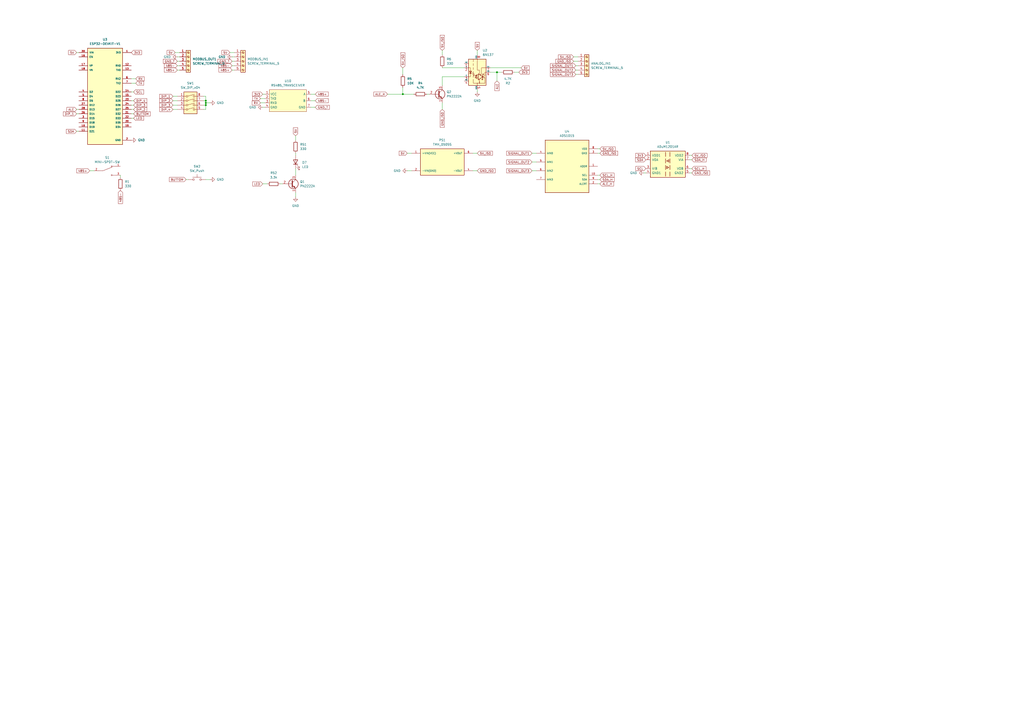
<source format=kicad_sch>
(kicad_sch (version 20250114) (generator "eeschema") (generator_version "9.0")
  (paper "A2")
  (lib_symbols
    (symbol "Connector:Screw_Terminal_01x05" (pin_names (offset 1.016) (hide yes))
      (property "Reference" "J" (at 0 7.62 0))
      (property "Value" "Screw_Terminal_01x05" (at 0 -7.62 0))
      (symbol "Screw_Terminal_01x05_1_1"
        (rectangle (start -1.27 6.35) (end 1.27 -6.35) (stroke (width 0.254)) (fill (type background)))
        (polyline (pts (xy -0.5334 5.4102) (xy 0.3302 4.572)) (stroke (width 0.1524)))
        (polyline (pts (xy -0.5334 2.8702) (xy 0.3302 2.032)) (stroke (width 0.1524)))
        (polyline (pts (xy -0.5334 0.3302) (xy 0.3302 -0.508)) (stroke (width 0.1524)))
        (polyline (pts (xy -0.5334 -2.2098) (xy 0.3302 -3.048)) (stroke (width 0.1524)))
        (polyline (pts (xy -0.5334 -4.7498) (xy 0.3302 -5.588)) (stroke (width 0.1524)))
        (polyline (pts (xy -0.3556 5.588) (xy 0.508 4.7498)) (stroke (width 0.1524)))
        (polyline (pts (xy -0.3556 3.048) (xy 0.508 2.2098)) (stroke (width 0.1524)))
        (polyline (pts (xy -0.3556 0.508) (xy 0.508 -0.3302)) (stroke (width 0.1524)))
        (polyline (pts (xy -0.3556 -2.032) (xy 0.508 -2.8702)) (stroke (width 0.1524)))
        (polyline (pts (xy -0.3556 -4.572) (xy 0.508 -5.4102)) (stroke (width 0.1524)))
        (circle (center 0 5.08) (radius 0.635) (stroke (width 0.1524)))
        (circle (center 0 2.54) (radius 0.635) (stroke (width 0.1524)))
        (circle (center 0 0) (radius 0.635) (stroke (width 0.1524)))
        (circle (center 0 -2.54) (radius 0.635) (stroke (width 0.1524)))
        (circle (center 0 -5.08) (radius 0.635) (stroke (width 0.1524)))
        (pin passive line (at -5.08 5.08 0) (length 3.81) (name "Pin_1") (number "1"))
        (pin passive line (at -5.08 2.54 0) (length 3.81) (name "Pin_2") (number "2"))
        (pin passive line (at -5.08 0 0) (length 3.81) (name "Pin_3") (number "3"))
        (pin passive line (at -5.08 -2.54 0) (length 3.81) (name "Pin_4") (number "4"))
        (pin passive line (at -5.08 -5.08 0) (length 3.81) (name "Pin_5") (number "5"))
      )
    )
    (symbol "Device:LED" (pin_numbers (hide yes)) (pin_names (offset 1.016) (hide yes))
      (property "Reference" "D" (at 0 2.54 0))
      (property "Value" "LED" (at 0 -2.54 0))
      (symbol "LED_0_1"
        (polyline (pts (xy -3.048 -0.762) (xy -4.572 -2.286) (xy -3.81 -2.286) (xy -4.572 -2.286) (xy -4.572 -1.524)))
        (polyline (pts (xy -1.778 -0.762) (xy -3.302 -2.286) (xy -2.54 -2.286) (xy -3.302 -2.286) (xy -3.302 -1.524)))
        (polyline (pts (xy -1.27 0) (xy 1.27 0)))
        (polyline (pts (xy -1.27 -1.27) (xy -1.27 1.27)) (stroke (width 0.254)))
        (polyline (pts (xy 1.27 -1.27) (xy 1.27 1.27) (xy -1.27 0) (xy 1.27 -1.27)) (stroke (width 0.254)))
      )
      (symbol "LED_1_1"
        (pin passive line (at -3.81 0 0) (length 2.54) (name "K") (number "1"))
        (pin passive line (at 3.81 0 180) (length 2.54) (name "A") (number "2"))
      )
    )
    (symbol "Device:R" (pin_numbers (hide yes)) (pin_names (offset 0))
      (property "Reference" "R" (at 2.032 0 90))
      (property "Value" "R" (at 0 0 90))
      (symbol "R_0_1"
        (rectangle (start -1.016 -2.54) (end 1.016 2.54) (stroke (width 0.254)))
      )
      (symbol "R_1_1"
        (pin passive line (at 0 3.81 270) (length 1.27) (name "~") (number "1"))
        (pin passive line (at 0 -3.81 90) (length 1.27) (name "~") (number "2"))
      )
    )
    (symbol "ESP32-DEVKIT-V1:ESP32-DEVKIT-V1" (pin_names (offset 1.016))
      (property "Reference" "U" (at -10.16 30.48 0))
      (property "Value" "ESP32-DEVKIT-V1" (at -10.16 -30.48 0))
      (symbol "ESP32-DEVKIT-V1_0_0"
        (rectangle (start -10.16 -27.94) (end 10.16 27.94) (stroke (width 0.254)) (fill (type background)))
        (pin input line (at -15.24 25.4 0) (length 5.08) (name "VIN") (number "30"))
        (pin input line (at -15.24 22.86 0) (length 5.08) (name "EN") (number "16"))
        (pin bidirectional line (at -15.24 17.78 0) (length 5.08) (name "VP") (number "17"))
        (pin bidirectional line (at -15.24 15.24 0) (length 5.08) (name "VN") (number "18"))
        (pin bidirectional line (at -15.24 2.54 0) (length 5.08) (name "D2") (number "4"))
        (pin bidirectional line (at -15.24 0 0) (length 5.08) (name "D4") (number "5"))
        (pin bidirectional line (at -15.24 -2.54 0) (length 5.08) (name "D5") (number "8"))
        (pin bidirectional line (at -15.24 -5.08 0) (length 5.08) (name "D12") (number "27"))
        (pin bidirectional line (at -15.24 -7.62 0) (length 5.08) (name "D13") (number "28"))
        (pin bidirectional line (at -15.24 -10.16 0) (length 5.08) (name "D14") (number "26"))
        (pin bidirectional line (at -15.24 -12.7 0) (length 5.08) (name "D15") (number "3"))
        (pin bidirectional line (at -15.24 -15.24 0) (length 5.08) (name "D18") (number "9"))
        (pin bidirectional line (at -15.24 -17.78 0) (length 5.08) (name "D19") (number "10"))
        (pin bidirectional line (at -15.24 -20.32 0) (length 5.08) (name "D21") (number "11"))
        (pin output line (at 15.24 25.4 180) (length 5.08) (name "3V3") (number "1"))
        (pin input line (at 15.24 17.78 180) (length 5.08) (name "RX0") (number "12"))
        (pin output line (at 15.24 15.24 180) (length 5.08) (name "TX0") (number "13"))
        (pin input line (at 15.24 10.16 180) (length 5.08) (name "RX2") (number "6"))
        (pin output line (at 15.24 7.62 180) (length 5.08) (name "TX2") (number "7"))
        (pin bidirectional line (at 15.24 2.54 180) (length 5.08) (name "D22") (number "14"))
        (pin bidirectional line (at 15.24 0 180) (length 5.08) (name "D23") (number "15"))
        (pin bidirectional line (at 15.24 -2.54 180) (length 5.08) (name "D25") (number "23"))
        (pin bidirectional line (at 15.24 -5.08 180) (length 5.08) (name "D26") (number "24"))
        (pin bidirectional line (at 15.24 -7.62 180) (length 5.08) (name "D27") (number "25"))
        (pin bidirectional line (at 15.24 -10.16 180) (length 5.08) (name "D32") (number "21"))
        (pin bidirectional line (at 15.24 -12.7 180) (length 5.08) (name "D33") (number "22"))
        (pin bidirectional line (at 15.24 -15.24 180) (length 5.08) (name "D35") (number "20"))
        (pin bidirectional line (at 15.24 -17.78 180) (length 5.08) (name "D34") (number "19"))
        (pin power_in line (at 15.24 -25.4 180) (length 5.08) (name "GND") (number "2"))
        (pin power_in line (at 15.24 -25.4 180) (length 5.08) (hide yes) (name "GND") (number "29"))
      )
    )
    (symbol "Isolator:6N137" (pin_names (offset 0))
      (property "Reference" "U" (at -4.064 8.89 0))
      (property "Value" "6N137" (at 0 -8.89 0))
      (symbol "6N137_0_1"
        (polyline (pts (xy -5.08 -2.54) (xy -3.937 -2.54) (xy -3.937 2.54) (xy -5.08 2.54)))
        (polyline (pts (xy -2.794 -0.254) (xy -1.717 -1.331) (xy -2.076 -1.152) (xy -1.896 -0.972) (xy -1.717 -1.331)))
        (polyline (pts (xy -2.794 -1.016) (xy -1.717 -2.093) (xy -2.076 -1.914) (xy -1.896 -1.734) (xy -1.717 -2.093)))
        (polyline (pts (xy 0 -6.35) (xy -2.286 -6.35) (xy -2.286 -4.064)))
        (polyline (pts (xy 1.27 -5.08) (xy 1.27 -6.35) (xy 0 -6.35) (xy 0 -7.62)))
        (polyline (pts (xy 3.175 -2.667) (xy 0.635 -4.445) (xy 0.635 -0.889) (xy 3.175 -2.667)) (stroke (width 0.254)))
      )
      (symbol "6N137_1_1"
        (rectangle (start -5.08 7.62) (end 5.08 -7.62) (stroke (width 0.254)) (fill (type background)))
        (polyline (pts (xy -4.572 -0.635) (xy -3.302 -0.635)) (stroke (width 0.254)))
        (polyline (pts (xy -3.937 -0.635) (xy -4.572 0.635) (xy -3.302 0.635) (xy -3.937 -0.635)) (stroke (width 0.254)))
        (polyline (pts (xy -2.286 7.366) (xy -2.286 6.096)))
        (polyline (pts (xy -2.286 5.08) (xy -2.286 3.81)))
        (polyline (pts (xy -2.286 2.794) (xy -2.286 1.524)))
        (polyline (pts (xy -2.286 0.508) (xy -2.286 -0.762)))
        (polyline (pts (xy -2.286 -1.778) (xy -2.286 -3.048)))
        (polyline (pts (xy -1.27 -1.905) (xy 0 -1.905)) (stroke (width 0.254)))
        (polyline (pts (xy -0.635 -1.905) (xy -0.635 -1.524) (xy 0.508 -1.524)))
        (polyline (pts (xy -0.635 -1.905) (xy -1.27 -3.175) (xy 0 -3.175) (xy -0.635 -1.905)) (stroke (width 0.254)))
        (polyline (pts (xy -0.635 -3.302) (xy -0.635 -3.683) (xy 0.635 -3.683)))
        (circle (center 0 -6.35) (radius 0.127) (fill (type outline)))
        (polyline (pts (xy 1.27 -1.27) (xy 1.27 1.27) (xy 0 1.27) (xy 0 7.62)))
        (polyline (pts (xy 1.27 -4.064) (xy 1.27 -6.35) (xy 4.445 -6.35)))
        (circle (center 1.27 -6.35) (radius 0.127) (fill (type outline)))
        (circle (center 2.032 -1.397) (radius 0.254))
        (polyline (pts (xy 2.1844 -1.1684) (xy 2.413 -0.889) (xy 2.413 2.54) (xy 5.08 2.54)))
        (polyline (pts (xy 3.175 -2.667) (xy 4.445 -3.302) (xy 4.445 -6.35)))
        (polyline (pts (xy 3.175 -2.667) (xy 3.175 -1.016) (xy 3.683 -1.016) (xy 3.683 -1.397)) (stroke (width 0.254)))
        (polyline (pts (xy 3.175 -2.667) (xy 3.175 -4.318) (xy 2.667 -4.318) (xy 2.667 -3.937)) (stroke (width 0.254)))
        (polyline (pts (xy 3.175 -2.667) (xy 4.445 -2.032) (xy 4.445 0) (xy 5.08 0)))
        (polyline (pts (xy 4.445 -3.302) (xy 4.161 -3.018) (xy 4.047 -3.246) (xy 4.445 -3.302)) (stroke (width 0.127)) (fill (type outline)))
        (pin passive line (at -7.62 5.08 0) (length 2.54) (name "NC") (number "1"))
        (pin passive line (at -7.62 2.54 0) (length 2.54) (name "A") (number "2"))
        (pin passive line (at -7.62 -2.54 0) (length 2.54) (name "C") (number "3"))
        (pin passive line (at -7.62 -5.08 0) (length 2.54) (name "NC") (number "4"))
        (pin power_in line (at 0 10.16 270) (length 2.54) (name "VCC") (number "8"))
        (pin power_in line (at 0 -10.16 90) (length 2.54) (name "GND") (number "5"))
        (pin input line (at 7.62 2.54 180) (length 2.54) (name "EN") (number "7"))
        (pin open_collector line (at 7.62 0 180) (length 2.54) (name "VO") (number "6"))
      )
    )
    (symbol "Isolator:ADuM1201AR" (pin_names (offset 1.016))
      (property "Reference" "U" (at -10.16 8.89 0))
      (property "Value" "ADuM1201AR" (at -2.032 8.89 0))
      (symbol "ADuM1201AR_0_1"
        (rectangle (start -10.16 7.62) (end 10.16 -7.62) (stroke (width 0.254)) (fill (type background)))
        (polyline (pts (xy -1.27 6.985) (xy -1.27 4.445)) (stroke (width 0.254)))
        (polyline (pts (xy -1.27 3.175) (xy -1.27 0.635)) (stroke (width 0.254)))
        (polyline (pts (xy -1.27 -0.635) (xy -1.27 -3.175)) (stroke (width 0.254)))
        (polyline (pts (xy -1.27 -4.445) (xy -1.27 -6.985)) (stroke (width 0.254)))
        (polyline (pts (xy -0.635 -1.27) (xy -0.635 -2.54) (xy 0.635 -1.905) (xy -0.635 -1.27)) (stroke (width 0.254)))
        (polyline (pts (xy 0.635 2.54) (xy 0.635 1.27) (xy -0.635 1.905) (xy 0.635 2.54)) (stroke (width 0.254)))
        (polyline (pts (xy 1.27 6.985) (xy 1.27 4.445)) (stroke (width 0.254)))
        (polyline (pts (xy 1.27 3.175) (xy 1.27 0.635)) (stroke (width 0.254)))
        (polyline (pts (xy 1.27 -0.635) (xy 1.27 -3.175)) (stroke (width 0.254)))
        (polyline (pts (xy 1.27 -4.445) (xy 1.27 -6.985)) (stroke (width 0.254)))
      )
      (symbol "ADuM1201AR_1_1"
        (pin power_in line (at -12.7 5.08 0) (length 2.54) (name "VDD1") (number "1"))
        (pin output line (at -12.7 2.54 0) (length 2.54) (name "VOA") (number "2"))
        (pin input line (at -12.7 -2.54 0) (length 2.54) (name "VIB") (number "3"))
        (pin power_in line (at -12.7 -5.08 0) (length 2.54) (name "GND1") (number "4"))
        (pin power_in line (at 12.7 5.08 180) (length 2.54) (name "VDD2") (number "8"))
        (pin input line (at 12.7 2.54 180) (length 2.54) (name "VIA") (number "7"))
        (pin output line (at 12.7 -2.54 180) (length 2.54) (name "VOB") (number "6"))
        (pin power_in line (at 12.7 -5.08 180) (length 2.54) (name "GND2") (number "5"))
      )
    )
    (symbol "Switch:SW_DIP_x04" (pin_names (offset 0) (hide yes))
      (property "Reference" "SW" (at 0 8.89 0))
      (property "Value" "SW_DIP_x04" (at 0 -6.35 0))
      (symbol "SW_DIP_x04_0_0"
        (circle (center -2.032 5.08) (radius 0.508))
        (circle (center -2.032 2.54) (radius 0.508))
        (circle (center -2.032 0) (radius 0.508))
        (circle (center -2.032 -2.54) (radius 0.508))
        (polyline (pts (xy -1.524 5.207) (xy 2.3622 6.2484)))
        (polyline (pts (xy -1.524 2.667) (xy 2.3622 3.7084)))
        (polyline (pts (xy -1.524 0.127) (xy 2.3622 1.1684)))
        (polyline (pts (xy -1.524 -2.3876) (xy 2.3622 -1.3462)))
        (circle (center 2.032 5.08) (radius 0.508))
        (circle (center 2.032 2.54) (radius 0.508))
        (circle (center 2.032 0) (radius 0.508))
        (circle (center 2.032 -2.54) (radius 0.508))
      )
      (symbol "SW_DIP_x04_0_1"
        (rectangle (start -3.81 7.62) (end 3.81 -5.08) (stroke (width 0.254)) (fill (type background)))
      )
      (symbol "SW_DIP_x04_1_1"
        (pin passive line (at -7.62 5.08 0) (length 5.08) (name "~") (number "1"))
        (pin passive line (at -7.62 2.54 0) (length 5.08) (name "~") (number "2"))
        (pin passive line (at -7.62 0 0) (length 5.08) (name "~") (number "3"))
        (pin passive line (at -7.62 -2.54 0) (length 5.08) (name "~") (number "4"))
        (pin passive line (at 7.62 5.08 180) (length 5.08) (name "~") (number "8"))
        (pin passive line (at 7.62 2.54 180) (length 5.08) (name "~") (number "7"))
        (pin passive line (at 7.62 0 180) (length 5.08) (name "~") (number "6"))
        (pin passive line (at 7.62 -2.54 180) (length 5.08) (name "~") (number "5"))
      )
    )
    (symbol "Switch:SW_Push" (pin_numbers (hide yes)) (pin_names (offset 1.016) (hide yes))
      (property "Reference" "SW" (at 1.27 2.54 0))
      (property "Value" "SW_Push" (at 0 -1.524 0))
      (symbol "SW_Push_0_1"
        (circle (center -2.032 0) (radius 0.508))
        (polyline (pts (xy 0 1.27) (xy 0 3.048)))
        (circle (center 2.032 0) (radius 0.508))
        (polyline (pts (xy 2.54 1.27) (xy -2.54 1.27)))
        (pin passive line (at -5.08 0 0) (length 2.54) (name "1") (number "1"))
        (pin passive line (at 5.08 0 180) (length 2.54) (name "2") (number "2"))
      )
    )
    (symbol "TMH_0505S:TMH_0505S" (pin_names (offset 1.016))
      (property "Reference" "PS" (at -12.7 8.382 0))
      (property "Value" "TMH_0505S" (at -12.7 -10.16 0))
      (symbol "TMH_0505S_0_0"
        (rectangle (start -12.7 -7.62) (end 12.7 7.62) (stroke (width 0.254)) (fill (type background)))
        (pin input line (at -17.78 5.08 0) (length 5.08) (name "+VIN(VCC)") (number "1"))
        (pin input line (at -17.78 -5.08 0) (length 5.08) (name "-VIN(GND)") (number "2"))
        (pin output line (at 17.78 5.08 180) (length 5.08) (name "+VOUT") (number "6"))
        (pin output line (at 17.78 -5.08 180) (length 5.08) (name "-VOUT") (number "4"))
      )
    )
    (symbol "Transistor_BJT:PN2222A" (pin_names (offset 0) (hide yes))
      (property "Reference" "Q" (at 5.08 1.905 0))
      (property "Value" "PN2222A" (at 5.08 0 0))
      (symbol "PN2222A_0_1"
        (polyline (pts (xy -2.54 0) (xy 0.635 0)))
        (polyline (pts (xy 0.635 1.905) (xy 0.635 -1.905)) (stroke (width 0.508)))
        (circle (center 1.27 0) (radius 2.8194) (stroke (width 0.254)))
      )
      (symbol "PN2222A_1_1"
        (polyline (pts (xy 0.635 0.635) (xy 2.54 2.54)))
        (polyline (pts (xy 0.635 -0.635) (xy 2.54 -2.54)))
        (polyline (pts (xy 1.27 -1.778) (xy 1.778 -1.27) (xy 2.286 -2.286) (xy 1.27 -1.778)) (fill (type outline)))
        (pin input line (at -5.08 0 0) (length 2.54) (name "B") (number "2"))
        (pin passive line (at 2.54 5.08 270) (length 2.54) (name "C") (number "3"))
        (pin passive line (at 2.54 -5.08 90) (length 2.54) (name "E") (number "1"))
      )
    )
    (symbol "XY-017:XY-017"
      (property "Reference" "U" (at 0 0 0))
      (symbol "XY-017_1_1"
        (rectangle (start -2.54 -2.54) (end 19.05 -15.24) (fill (type background)))
        (pin power_in line (at -5.08 -5.08 0) (length 2.54) (name "VCC") (number "1"))
        (pin input line (at -5.08 -7.62 0) (length 2.54) (name "TXD") (number "2"))
        (pin output line (at -5.08 -10.16 0) (length 2.54) (name "RXD") (number "3"))
        (pin power_out line (at -5.08 -12.7 0) (length 2.54) (name "GND") (number "4"))
        (pin bidirectional line (at 21.59 -5.08 180) (length 2.54) (name "A") (number "5"))
        (pin bidirectional line (at 21.59 -8.89 180) (length 2.54) (name "B") (number "6"))
        (pin output line (at 21.59 -12.7 180) (length 2.54) (name "GND") (number "7"))
      )
    )
    (symbol "holag:ADS1015" (pin_names (offset 1.016))
      (property "Reference" "U" (at -10.1764 15.7735 0))
      (property "Value" "ADS1015" (at -10.1751 -17.8064 0))
      (symbol "ADS1015_0_0"
        (rectangle (start -12.7 -15.24) (end 12.7 15.24) (stroke (width 0.254)) (fill (type background)))
        (pin input line (at -17.78 7.62 0) (length 5.08) (name "AIN0") (number "4"))
        (pin input line (at -17.78 2.54 0) (length 5.08) (name "AIN1") (number "5"))
        (pin input line (at -17.78 -2.54 0) (length 5.08) (name "AIN2") (number "6"))
        (pin input line (at -17.78 -7.62 0) (length 5.08) (name "AIN3") (number "7"))
        (pin power_in line (at 17.78 10.16 180) (length 5.08) (name "VDD") (number "8"))
        (pin power_in line (at 17.78 7.62 180) (length 5.08) (name "GND") (number "3"))
        (pin input line (at 17.78 0 180) (length 5.08) (name "ADDR") (number "1"))
        (pin bidirectional line (at 17.78 -5.08 180) (length 5.08) (name "SCL") (number "10"))
        (pin bidirectional line (at 17.78 -7.62 180) (length 5.08) (name "SDA") (number "9"))
        (pin output line (at 17.78 -10.16 180) (length 5.08) (name "ALERT") (number "2"))
      )
    )
    (symbol "holag:MINI-SPDT-SW" (pin_names (offset 1.016))
      (property "Reference" "S" (at -2.54 5.08 0))
      (property "Value" "MINI-SPDT-SW" (at -2.54 -5.08 0))
      (symbol "MINI-SPDT-SW_0_0"
        (polyline (pts (xy -2.54 0) (xy -5.08 0)) (stroke (width 0.1524)))
        (polyline (pts (xy -2.54 0) (xy 2.794 2.1336)) (stroke (width 0.1524)))
        (circle (center 2.54 2.54) (radius 0.3302) (stroke (width 0.1524)))
        (circle (center 2.54 -2.54) (radius 0.3302) (stroke (width 0.1524)))
        (polyline (pts (xy 5.08 2.54) (xy 2.921 2.54)) (stroke (width 0.1524)))
        (polyline (pts (xy 5.08 -2.54) (xy 2.921 -2.54)) (stroke (width 0.1524)))
        (pin passive line (at -7.62 0 0) (length 2.54) (name "~") (number "2"))
        (pin passive line (at 7.62 2.54 180) (length 2.54) (name "~") (number "1"))
        (pin passive line (at 7.62 -2.54 180) (length 2.54) (name "~") (number "3"))
      )
    )
    (symbol "power:GND" (power) (pin_numbers (hide yes)) (pin_names (offset 0) (hide yes))
      (property "Value" "GND" (at 0 -3.81 0))
      (symbol "GND_0_1"
        (polyline (pts (xy 0 0) (xy 0 -1.27) (xy 1.27 -1.27) (xy 0 -2.54) (xy -1.27 -1.27) (xy 0 -1.27)))
      )
      (symbol "GND_1_1"
        (pin power_in line (at 0 0 270) (length 0) (name "~") (number "1"))
      )
    )
  )
  (junction (at 119.38 59.69))
  (junction (at 119.38 58.42))
  (junction (at 288.29 41.91))
  (junction (at 233.68 54.61))
  (junction (at 119.38 60.96))
  (wire (pts (xy 100.33 55.88) (xy 102.87 55.88)))
  (wire (pts (xy 102.87 33.02) (xy 104.14 33.02)))
  (wire (pts (xy 274.32 88.9) (xy 276.86 88.9)))
  (wire (pts (xy 100.33 63.5) (xy 102.87 63.5)))
  (wire (pts (xy 308.61 88.9) (xy 311.15 88.9)))
  (wire (pts (xy 401.32 100.33) (xy 400.05 100.33)))
  (wire (pts (xy 77.47 63.5) (xy 76.2 63.5)))
  (wire (pts (xy 256.54 44.45) (xy 256.54 49.53)))
  (wire (pts (xy 119.38 59.69) (xy 121.92 59.69)))
  (wire (pts (xy 151.13 59.69) (xy 153.67 59.69)))
  (wire (pts (xy 119.38 104.14) (xy 121.92 104.14)))
  (wire (pts (xy 224.79 54.61) (xy 233.68 54.61)))
  (wire (pts (xy 373.38 100.33) (xy 374.65 100.33)))
  (wire (pts (xy 107.95 104.14) (xy 109.22 104.14)))
  (wire (pts (xy 346.71 106.68) (xy 347.98 106.68)))
  (wire (pts (xy 288.29 46.99) (xy 288.29 41.91)))
  (wire (pts (xy 347.98 101.6) (xy 346.71 101.6)))
  (wire (pts (xy 69.85 101.6) (xy 69.85 102.87)))
  (wire (pts (xy 233.68 50.8) (xy 233.68 54.61)))
  (wire (pts (xy 44.45 66.04) (xy 45.72 66.04)))
  (wire (pts (xy 77.47 58.42) (xy 76.2 58.42)))
  (wire (pts (xy 171.45 78.74) (xy 171.45 81.28)))
  (wire (pts (xy 236.22 99.06) (xy 238.76 99.06)))
  (wire (pts (xy 334.01 38.1) (xy 335.28 38.1)))
  (wire (pts (xy 152.4 54.61) (xy 153.67 54.61)))
  (wire (pts (xy 119.38 58.42) (xy 119.38 59.69)))
  (wire (pts (xy 102.87 38.1) (xy 104.14 38.1)))
  (wire (pts (xy 256.54 63.5) (xy 256.54 59.69)))
  (wire (pts (xy 152.4 62.23) (xy 153.67 62.23)))
  (wire (pts (xy 119.38 63.5) (xy 118.11 63.5)))
  (wire (pts (xy 302.26 39.37) (xy 284.48 39.37)))
  (wire (pts (xy 298.45 41.91) (xy 300.99 41.91)))
  (wire (pts (xy 100.33 60.96) (xy 102.87 60.96)))
  (wire (pts (xy 52.07 99.06) (xy 54.61 99.06)))
  (wire (pts (xy 401.32 90.17) (xy 400.05 90.17)))
  (wire (pts (xy 256.54 39.37) (xy 269.24 39.37)))
  (wire (pts (xy 171.45 97.79) (xy 171.45 101.6)))
  (wire (pts (xy 134.62 35.56) (xy 135.89 35.56)))
  (wire (pts (xy 134.62 33.02) (xy 135.89 33.02)))
  (wire (pts (xy 247.65 54.61) (xy 248.92 54.61)))
  (wire (pts (xy 334.01 40.64) (xy 335.28 40.64)))
  (wire (pts (xy 101.6 30.48) (xy 104.14 30.48)))
  (wire (pts (xy 118.11 58.42) (xy 119.38 58.42)))
  (wire (pts (xy 233.68 54.61) (xy 240.03 54.61)))
  (wire (pts (xy 102.87 40.64) (xy 104.14 40.64)))
  (wire (pts (xy 118.11 60.96) (xy 119.38 60.96)))
  (wire (pts (xy 171.45 114.3) (xy 171.45 111.76)))
  (wire (pts (xy 182.88 62.23) (xy 180.34 62.23)))
  (wire (pts (xy 44.45 63.5) (xy 45.72 63.5)))
  (wire (pts (xy 133.35 30.48) (xy 135.89 30.48)))
  (wire (pts (xy 269.24 44.45) (xy 256.54 44.45)))
  (wire (pts (xy 236.22 88.9) (xy 238.76 88.9)))
  (wire (pts (xy 100.33 58.42) (xy 102.87 58.42)))
  (wire (pts (xy 308.61 93.98) (xy 311.15 93.98)))
  (wire (pts (xy 162.56 106.68) (xy 163.83 106.68)))
  (wire (pts (xy 182.88 58.42) (xy 180.34 58.42)))
  (wire (pts (xy 182.88 54.61) (xy 180.34 54.61)))
  (wire (pts (xy 288.29 41.91) (xy 284.48 41.91)))
  (wire (pts (xy 346.71 88.9) (xy 347.98 88.9)))
  (wire (pts (xy 256.54 29.21) (xy 256.54 31.75)))
  (wire (pts (xy 151.13 57.15) (xy 153.67 57.15)))
  (wire (pts (xy 334.01 43.18) (xy 335.28 43.18)))
  (wire (pts (xy 401.32 92.71) (xy 400.05 92.71)))
  (wire (pts (xy 274.32 99.06) (xy 276.86 99.06)))
  (wire (pts (xy 276.86 29.21) (xy 276.86 31.75)))
  (wire (pts (xy 152.4 106.68) (xy 154.94 106.68)))
  (wire (pts (xy 119.38 59.69) (xy 119.38 60.96)))
  (wire (pts (xy 233.68 43.18) (xy 233.68 39.37)))
  (wire (pts (xy 290.83 41.91) (xy 288.29 41.91)))
  (wire (pts (xy 44.45 76.2) (xy 45.72 76.2)))
  (wire (pts (xy 346.71 86.36) (xy 347.98 86.36)))
  (wire (pts (xy 171.45 88.9) (xy 171.45 90.17)))
  (wire (pts (xy 119.38 55.88) (xy 119.38 58.42)))
  (wire (pts (xy 44.45 30.48) (xy 45.72 30.48)))
  (wire (pts (xy 76.2 48.26) (xy 78.74 48.26)))
  (wire (pts (xy 118.11 55.88) (xy 119.38 55.88)))
  (wire (pts (xy 308.61 99.06) (xy 311.15 99.06)))
  (wire (pts (xy 119.38 60.96) (xy 119.38 63.5)))
  (wire (pts (xy 134.62 38.1) (xy 135.89 38.1)))
  (wire (pts (xy 332.74 33.02) (xy 335.28 33.02)))
  (wire (pts (xy 76.2 45.72) (xy 78.74 45.72)))
  (wire (pts (xy 134.62 40.64) (xy 135.89 40.64)))
  (wire (pts (xy 332.74 35.56) (xy 335.28 35.56)))
  (wire (pts (xy 347.98 104.14) (xy 346.71 104.14)))
  (wire (pts (xy 76.2 53.34) (xy 77.47 53.34)))
  (wire (pts (xy 102.87 35.56) (xy 104.14 35.56)))
  (wire (pts (xy 77.47 60.96) (xy 76.2 60.96)))
  (wire (pts (xy 76.2 68.58) (xy 77.47 68.58)))
  (wire (pts (xy 401.32 97.79) (xy 400.05 97.79)))
  (wire (pts (xy 76.2 66.04) (xy 77.47 66.04)))
  (wire (pts (xy 276.86 52.07) (xy 276.86 53.34)))
  (global_label "ALE_H" (shape input) (at 224.79 54.61 180) (property "Intersheetrefs" "${INTERSHEET_REFS}" (effects (hide yes))))
  (global_label "SIGNAL_OUT3" (shape input) (at 334.01 43.18 180) (property "Intersheetrefs" "${INTERSHEET_REFS}" (effects (hide yes))))
  (global_label "485+" (shape input) (at 102.87 40.64 180) (property "Intersheetrefs" "${INTERSHEET_REFS}" (effects (hide yes))))
  (global_label "RX" (shape input) (at 151.13 59.69 180) (property "Intersheetrefs" "${INTERSHEET_REFS}" (effects (hide yes))))
  (global_label "485-" (shape input) (at 134.62 38.1 180) (property "Intersheetrefs" "${INTERSHEET_REFS}" (effects (hide yes))))
  (global_label "DIP_4" (shape input) (at 100.33 63.5 180) (property "Intersheetrefs" "${INTERSHEET_REFS}" (effects (hide yes))))
  (global_label "GND_T" (shape input) (at 134.62 35.56 180) (property "Intersheetrefs" "${INTERSHEET_REFS}" (effects (hide yes))))
  (global_label "GND_T" (shape input) (at 102.87 35.56 180) (property "Intersheetrefs" "${INTERSHEET_REFS}" (effects (hide yes))))
  (global_label "3V3" (shape input) (at 76.2 30.48 0) (property "Intersheetrefs" "${INTERSHEET_REFS}" (effects (hide yes))))
  (global_label "RX" (shape input) (at 78.74 45.72 0) (property "Intersheetrefs" "${INTERSHEET_REFS}" (effects (hide yes))))
  (global_label "SIGNAL_OUT1" (shape input) (at 334.01 38.1 180) (property "Intersheetrefs" "${INTERSHEET_REFS}" (effects (hide yes))))
  (global_label "SCL_H" (shape input) (at 401.32 97.79 0) (property "Intersheetrefs" "${INTERSHEET_REFS}" (effects (hide yes))))
  (global_label "SIGNAL_OUT2" (shape input) (at 334.01 40.64 180) (property "Intersheetrefs" "${INTERSHEET_REFS}" (effects (hide yes))))
  (global_label "GND_ISO" (shape input) (at 332.74 35.56 180) (property "Intersheetrefs" "${INTERSHEET_REFS}" (effects (hide yes))))
  (global_label "SDA_H" (shape input) (at 401.32 92.71 0) (property "Intersheetrefs" "${INTERSHEET_REFS}" (effects (hide yes))))
  (global_label "3V3" (shape input) (at 374.65 90.17 180) (property "Intersheetrefs" "${INTERSHEET_REFS}" (effects (hide yes))))
  (global_label "5V_ISO" (shape input) (at 276.86 88.9 0) (property "Intersheetrefs" "${INTERSHEET_REFS}" (effects (hide yes))))
  (global_label "5V_ISO" (shape input) (at 332.74 33.02 180) (property "Intersheetrefs" "${INTERSHEET_REFS}" (effects (hide yes))))
  (global_label "485-" (shape input) (at 182.88 58.42 0) (property "Intersheetrefs" "${INTERSHEET_REFS}" (effects (hide yes))))
  (global_label "5V_ISO" (shape input) (at 347.98 86.36 0) (property "Intersheetrefs" "${INTERSHEET_REFS}" (effects (hide yes))))
  (global_label "5V_ISO" (shape input) (at 233.68 39.37 90) (property "Intersheetrefs" "${INTERSHEET_REFS}" (effects (hide yes))))
  (global_label "5V_ISO" (shape input) (at 401.32 90.17 0) (property "Intersheetrefs" "${INTERSHEET_REFS}" (effects (hide yes))))
  (global_label "5V" (shape input) (at 101.6 30.48 180) (property "Intersheetrefs" "${INTERSHEET_REFS}" (effects (hide yes))))
  (global_label "SCL_H" (shape input) (at 347.98 101.6 0) (property "Intersheetrefs" "${INTERSHEET_REFS}" (effects (hide yes))))
  (global_label "ALE" (shape input) (at 288.29 46.99 270) (property "Intersheetrefs" "${INTERSHEET_REFS}" (effects (hide yes))))
  (global_label "5V" (shape input) (at 133.35 30.48 180) (property "Intersheetrefs" "${INTERSHEET_REFS}" (effects (hide yes))))
  (global_label "485+" (shape input) (at 134.62 40.64 180) (property "Intersheetrefs" "${INTERSHEET_REFS}" (effects (hide yes))))
  (global_label "DIP_2" (shape input) (at 77.47 63.5 0) (property "Intersheetrefs" "${INTERSHEET_REFS}" (effects (hide yes))))
  (global_label "SCL" (shape input) (at 374.65 97.79 180) (property "Intersheetrefs" "${INTERSHEET_REFS}" (effects (hide yes))))
  (global_label "TX" (shape input) (at 78.74 48.26 0) (property "Intersheetrefs" "${INTERSHEET_REFS}" (effects (hide yes))))
  (global_label "DIP_3" (shape input) (at 100.33 60.96 180) (property "Intersheetrefs" "${INTERSHEET_REFS}" (effects (hide yes))))
  (global_label "GND_ISO" (shape input) (at 401.32 100.33 0) (property "Intersheetrefs" "${INTERSHEET_REFS}" (effects (hide yes))))
  (global_label "3V3" (shape input) (at 152.4 54.61 180) (property "Intersheetrefs" "${INTERSHEET_REFS}" (effects (hide yes))))
  (global_label "5V" (shape input) (at 276.86 29.21 90) (property "Intersheetrefs" "${INTERSHEET_REFS}" (effects (hide yes))))
  (global_label "DIP_1" (shape input) (at 44.45 66.04 180) (property "Intersheetrefs" "${INTERSHEET_REFS}" (effects (hide yes))))
  (global_label "SIGNAL_OUT1" (shape input) (at 308.61 88.9 180) (property "Intersheetrefs" "${INTERSHEET_REFS}" (effects (hide yes))))
  (global_label "SDA" (shape input) (at 44.45 76.2 180) (property "Intersheetrefs" "${INTERSHEET_REFS}" (effects (hide yes))))
  (global_label "DIP_2" (shape input) (at 100.33 58.42 180) (property "Intersheetrefs" "${INTERSHEET_REFS}" (effects (hide yes))))
  (global_label "GND_ISO" (shape input) (at 347.98 88.9 0) (property "Intersheetrefs" "${INTERSHEET_REFS}" (effects (hide yes))))
  (global_label "5V" (shape input) (at 44.45 30.48 180) (property "Intersheetrefs" "${INTERSHEET_REFS}" (effects (hide yes))))
  (global_label "5V" (shape input) (at 171.45 78.74 90) (property "Intersheetrefs" "${INTERSHEET_REFS}" (effects (hide yes))))
  (global_label "485+" (shape input) (at 182.88 54.61 0) (property "Intersheetrefs" "${INTERSHEET_REFS}" (effects (hide yes))))
  (global_label "SDA_H" (shape input) (at 347.98 104.14 0) (property "Intersheetrefs" "${INTERSHEET_REFS}" (effects (hide yes))))
  (global_label "485+" (shape input) (at 52.07 99.06 180) (property "Intersheetrefs" "${INTERSHEET_REFS}" (effects (hide yes))))
  (global_label "5V_ISO" (shape input) (at 256.54 29.21 90) (property "Intersheetrefs" "${INTERSHEET_REFS}" (effects (hide yes))))
  (global_label "485-" (shape input) (at 102.87 38.1 180) (property "Intersheetrefs" "${INTERSHEET_REFS}" (effects (hide yes))))
  (global_label "GND_ISO" (shape input) (at 276.86 99.06 0) (property "Intersheetrefs" "${INTERSHEET_REFS}" (effects (hide yes))))
  (global_label "SDA" (shape input) (at 374.65 92.71 180) (property "Intersheetrefs" "${INTERSHEET_REFS}" (effects (hide yes))))
  (global_label "5V" (shape input) (at 236.22 88.9 180) (property "Intersheetrefs" "${INTERSHEET_REFS}" (effects (hide yes))))
  (global_label "GND_T" (shape input) (at 182.88 62.23 0) (property "Intersheetrefs" "${INTERSHEET_REFS}" (effects (hide yes))))
  (global_label "DIP_4" (shape input) (at 77.47 58.42 0) (property "Intersheetrefs" "${INTERSHEET_REFS}" (effects (hide yes))))
  (global_label "ALE_H" (shape input) (at 347.98 106.68 0) (property "Intersheetrefs" "${INTERSHEET_REFS}" (effects (hide yes))))
  (global_label "TX" (shape input) (at 151.13 57.15 180) (property "Intersheetrefs" "${INTERSHEET_REFS}" (effects (hide yes))))
  (global_label "BUTTOM" (shape input) (at 107.95 104.14 180) (property "Intersheetrefs" "${INTERSHEET_REFS}" (effects (hide yes))))
  (global_label "SIGNAL_OUT2" (shape input) (at 308.61 93.98 180) (property "Intersheetrefs" "${INTERSHEET_REFS}" (effects (hide yes))))
  (global_label "BUTTOM" (shape input) (at 77.47 66.04 0) (property "Intersheetrefs" "${INTERSHEET_REFS}" (effects (hide yes))))
  (global_label "SIGNAL_OUT3" (shape input) (at 308.61 99.06 180) (property "Intersheetrefs" "${INTERSHEET_REFS}" (effects (hide yes))))
  (global_label "LED" (shape input) (at 152.4 106.68 180) (property "Intersheetrefs" "${INTERSHEET_REFS}" (effects (hide yes))))
  (global_label "5V" (shape input) (at 302.26 39.37 0) (property "Intersheetrefs" "${INTERSHEET_REFS}" (effects (hide yes))))
  (global_label "DIP_1" (shape input) (at 100.33 55.88 180) (property "Intersheetrefs" "${INTERSHEET_REFS}" (effects (hide yes))))
  (global_label "ALE" (shape input) (at 44.45 63.5 180) (property "Intersheetrefs" "${INTERSHEET_REFS}" (effects (hide yes))))
  (global_label "SCL" (shape input) (at 77.47 53.34 0) (property "Intersheetrefs" "${INTERSHEET_REFS}" (effects (hide yes))))
  (global_label "485-" (shape input) (at 69.85 110.49 270) (property "Intersheetrefs" "${INTERSHEET_REFS}" (effects (hide yes))))
  (global_label "GND_ISO" (shape input) (at 256.54 63.5 270) (property "Intersheetrefs" "${INTERSHEET_REFS}" (effects (hide yes))))
  (global_label "DIP_3" (shape input) (at 77.47 60.96 0) (property "Intersheetrefs" "${INTERSHEET_REFS}" (effects (hide yes))))
  (global_label "3V3" (shape input) (at 300.99 41.91 0) (property "Intersheetrefs" "${INTERSHEET_REFS}" (effects (hide yes))))
  (global_label "LED" (shape input) (at 77.47 68.58 0) (property "Intersheetrefs" "${INTERSHEET_REFS}" (effects (hide yes))))
  (symbol (lib_id "Device:R") (at 256.54 35.56 0) (unit 1)
    (property "Reference" "R6" (at 259.08 34.2899 0) (effects (justify left)))
    (property "Value" "330" (at 259.08 36.8299 0) (effects (justify left)))
    (property "Footprint" "Resistor_THT:R_Axial_DIN0207_L6.3mm_D2.5mm_P7.62mm_Horizontal" (effects (hide yes)))
    (property "Description" "Resistor" (effects (hide yes)))
  )
  (symbol (lib_id "holag:MINI-SPDT-SW") (at 62.23 99.06 0) (unit 1)
    (property "Reference" "S1" (at 62.23 91.44 0))
    (property "Value" "MINI-SPDT-SW" (at 62.23 93.98 0))
    (property "Footprint" "MINI-SPDT-SW:SW_MINI-SPDT-SW" (effects (hide yes)))
  )
  (symbol (lib_id "Connector:Screw_Terminal_01x05") (at 109.22 35.56 0) (unit 1)
    (property "Reference" "MODBUS_OUT1" (at 111.76 34.2899 0) (effects (justify left)))
    (property "Value" "SCREW_TERMINAL_5" (at 111.76 36.8299 0) (effects (justify left)))
    (property "Footprint" "TerminalBlock_Phoenix:TerminalBlock_Phoenix_MKDS-1,5-5-5.08_1x05_P5.08mm_Horizontal" (effects (hide yes)))
    (property "Description" "Generic screw terminal, single row, 01x05, script generated (kicad-library-utils/schlib/autogen/connector/)" (effects (hide yes)))
  )
  (symbol (lib_id "Device:R") (at 171.45 85.09 0) (unit 1)
    (property "Reference" "R51" (at 173.99 83.8199 0) (effects (justify left)))
    (property "Value" "330" (at 173.99 86.3599 0) (effects (justify left)))
    (property "Footprint" "Resistor_THT:R_Axial_DIN0207_L6.3mm_D2.5mm_P7.62mm_Horizontal" (effects (hide yes)))
    (property "Description" "Resistor" (effects (hide yes)))
  )
  (symbol (lib_id "Device:R") (at 294.64 41.91 270) (mirror x) (unit 1)
    (property "Reference" "R2" (at 294.64 48.26 90))
    (property "Value" "4.7K" (at 294.64 45.72 90))
    (property "Footprint" "Resistor_THT:R_Axial_DIN0207_L6.3mm_D2.5mm_P7.62mm_Horizontal" (effects (hide yes)))
    (property "Description" "Resistor" (effects (hide yes)))
  )
  (symbol (lib_id "Connector:Screw_Terminal_01x05") (at 140.97 35.56 0) (unit 1)
    (property "Reference" "MODBUS_IN1" (at 143.51 34.2899 0) (effects (justify left)))
    (property "Value" "SCREW_TERMINAL_5" (at 143.51 36.8299 0) (effects (justify left)))
    (property "Footprint" "TerminalBlock_Phoenix:TerminalBlock_Phoenix_MKDS-1,5-5-5.08_1x05_P5.08mm_Horizontal" (effects (hide yes)))
    (property "Description" "Generic screw terminal, single row, 01x05, script generated (kicad-library-utils/schlib/autogen/connector/)" (effects (hide yes)))
  )
  (symbol (lib_id "power:GND") (at 236.22 99.06 270) (unit 1)
    (property "Reference" "#PWR02" (effects (hide yes)))
    (property "Value" "GND" (at 232.41 99.0599 90) (effects (justify right)))
    (property "Description" "Power symbol creates a global label with name \"GND\" , ground" (effects (hide yes)))
  )
  (symbol (lib_id "Connector:Screw_Terminal_01x05") (at 340.36 38.1 0) (unit 1)
    (property "Reference" "ANALOG_IN1" (at 342.9 36.8299 0) (effects (justify left)))
    (property "Value" "SCREW_TERMINAL_5" (at 342.9 39.3699 0) (effects (justify left)))
    (property "Footprint" "TerminalBlock_Phoenix:TerminalBlock_Phoenix_MKDS-1,5-5-5.08_1x05_P5.08mm_Horizontal" (effects (hide yes)))
    (property "Description" "Generic screw terminal, single row, 01x05, script generated (kicad-library-utils/schlib/autogen/connector/)" (effects (hide yes)))
  )
  (symbol (lib_id "holag:ADS1015") (at 328.93 96.52 0) (unit 1)
    (property "Reference" "U4" (at 328.93 76.2 0))
    (property "Value" "ADS1015" (at 328.93 78.74 0))
    (property "Footprint" "ads1015:ADS1015" (effects (hide yes)))
  )
  (symbol (lib_id "Device:R") (at 233.68 46.99 0) (unit 1)
    (property "Reference" "R5" (at 236.22 45.7199 0) (effects (justify left)))
    (property "Value" "10K" (at 236.22 48.2599 0) (effects (justify left)))
    (property "Footprint" "Resistor_THT:R_Axial_DIN0207_L6.3mm_D2.5mm_P7.62mm_Horizontal" (effects (hide yes)))
    (property "Description" "Resistor" (effects (hide yes)))
  )
  (symbol (lib_id "power:GND") (at 76.2 81.28 90) (unit 1)
    (property "Reference" "#PWR09" (effects (hide yes)))
    (property "Value" "GND" (at 80.01 81.2799 90) (effects (justify right)))
    (property "Description" "Power symbol creates a global label with name \"GND\" , ground" (effects (hide yes)))
  )
  (symbol (lib_id "Device:R") (at 69.85 106.68 0) (unit 1)
    (property "Reference" "R1" (at 72.39 105.4099 0) (effects (justify left)))
    (property "Value" "330" (at 72.39 107.9499 0) (effects (justify left)))
    (property "Footprint" "Resistor_THT:R_Axial_DIN0207_L6.3mm_D2.5mm_P7.62mm_Horizontal" (effects (hide yes)))
    (property "Description" "Resistor" (effects (hide yes)))
  )
  (symbol (lib_id "power:GND") (at 121.92 104.14 90) (unit 1)
    (property "Reference" "#PWR034" (effects (hide yes)))
    (property "Value" "GND" (at 125.73 104.1399 90) (effects (justify right)))
    (property "Description" "Power symbol creates a global label with name \"GND\" , ground" (effects (hide yes)))
  )
  (symbol (lib_id "Switch:SW_DIP_x04") (at 110.49 60.96 0) (unit 1)
    (property "Reference" "SW1" (at 110.49 48.26 0))
    (property "Value" "SW_DIP_x04" (at 110.49 50.8 0))
    (property "Footprint" "Button_Switch_THT:SW_DIP_SPSTx04_Slide_9.78x12.34mm_W7.62mm_P2.54mm" (effects (hide yes)))
    (property "Description" "4x DIP Switch, Single Pole Single Throw (SPST) switch, small symbol" (effects (hide yes)))
  )
  (symbol (lib_id "Transistor_BJT:PN2222A") (at 168.91 106.68 0) (unit 1)
    (property "Reference" "Q1" (at 173.99 105.4099 0) (effects (justify left)))
    (property "Value" "PN2222A" (at 173.99 107.9499 0) (effects (justify left)))
    (property "Footprint" "Package_TO_SOT_THT:TO-92_Inline" (effects (hide yes)))
    (property "Datasheet" "https://www.onsemi.com/pub/Collateral/PN2222-D.PDF" (effects (hide yes)))
    (property "Description" "1A Ic, 40V Vce, NPN Transistor, General Purpose Transistor, TO-92" (effects (hide yes)))
  )
  (symbol (lib_id "Device:R") (at 243.84 54.61 270) (unit 1)
    (property "Reference" "R4" (at 243.84 48.26 90))
    (property "Value" "4.7K" (at 243.84 50.8 90))
    (property "Footprint" "Resistor_THT:R_Axial_DIN0207_L6.3mm_D2.5mm_P7.62mm_Horizontal" (effects (hide yes)))
    (property "Description" "Resistor" (effects (hide yes)))
  )
  (symbol (lib_id "Isolator:ADuM1201AR") (at 387.35 95.25 0) (unit 1)
    (property "Reference" "U1" (at 387.35 82.55 0))
    (property "Value" "ADuM1201AR" (at 387.35 85.09 0))
    (property "Footprint" "Package_SO:SOIC-8_3.9x4.9mm_P1.27mm" (effects (hide yes)))
    (property "Datasheet" "https://www.analog.com/media/en/technical-documentation/data-sheets/ADuM1200_1201.pdf" (effects (hide yes)))
    (property "Description" "Dual-channel digital isolator, bidirectional communication, 3V/5V level translation, SOIC-8" (effects (hide yes)))
  )
  (symbol (lib_id "TMH_0505S:TMH_0505S") (at 256.54 93.98 0) (unit 1)
    (property "Reference" "PS1" (at 256.54 81.28 0))
    (property "Value" "TMH_0505S" (at 256.54 83.82 0))
    (property "Footprint" "DC-DC:CONV_TMH_0505S" (effects (hide yes)))
    (property "MF" "Traco Power" (effects (hide yes)))
    (property "MAXIMUM_PACKAGE_HEIGHT" "10.45mm" (effects (hide yes)))
    (property "Package" "None" (effects (hide yes)))
    (property "Price" "None" (effects (hide yes)))
    (property "STANDARD" "IPC 7351B" (effects (hide yes)))
    (property "PARTREV" "March 26,2020" (effects (hide yes)))
    (property "MP" "TMH0505S" (effects (hide yes)))
    (property "Availability" "In Stock" (effects (hide yes)))
    (property "MANUFACTURER" "Traco Power" (effects (hide yes)))
  )
  (symbol (lib_id "power:GND") (at 152.4 62.23 270) (unit 1)
    (property "Reference" "#PWR031" (effects (hide yes)))
    (property "Value" "GND" (at 148.59 62.2299 90) (effects (justify right)))
    (property "Description" "Power symbol creates a global label with name \"GND\" , ground" (effects (hide yes)))
  )
  (symbol (lib_id "power:GND") (at 134.62 33.02 270) (unit 1)
    (property "Reference" "#PWR032" (effects (hide yes)))
    (property "Value" "GND" (at 130.81 33.0199 90) (effects (justify right)))
    (property "Description" "Power symbol creates a global label with name \"GND\" , ground" (effects (hide yes)))
  )
  (symbol (lib_id "power:GND") (at 276.86 53.34 0) (unit 1)
    (property "Reference" "#PWR04" (effects (hide yes)))
    (property "Value" "GND" (at 276.86 58.42 0))
    (property "Description" "Power symbol creates a global label with name \"GND\" , ground" (effects (hide yes)))
  )
  (symbol (lib_id "Device:LED") (at 171.45 93.98 90) (unit 1)
    (property "Reference" "D7" (at 175.26 94.2974 90) (effects (justify right)))
    (property "Value" "LED" (at 175.26 96.8374 90) (effects (justify right)))
    (property "Footprint" "LED_THT:LED_D4.0mm" (effects (hide yes)))
    (property "Description" "Light emitting diode" (effects (hide yes)))
    (property "Sim.Pins" "1=K 2=A" (effects (hide yes)))
  )
  (symbol (lib_id "power:GND") (at 171.45 114.3 0) (unit 1)
    (property "Reference" "#PWR035" (effects (hide yes)))
    (property "Value" "GND" (at 171.45 119.38 0))
    (property "Description" "Power symbol creates a global label with name \"GND\" , ground" (effects (hide yes)))
  )
  (symbol (lib_id "Device:R") (at 158.75 106.68 270) (unit 1)
    (property "Reference" "R52" (at 158.75 100.33 90))
    (property "Value" "3.3k" (at 158.75 102.87 90))
    (property "Footprint" "Resistor_THT:R_Axial_DIN0207_L6.3mm_D2.5mm_P7.62mm_Horizontal" (effects (hide yes)))
    (property "Description" "Resistor" (effects (hide yes)))
  )
  (symbol (lib_id "power:GND") (at 373.38 100.33 270) (unit 1)
    (property "Reference" "#PWR03" (effects (hide yes)))
    (property "Value" "GND" (at 369.57 100.3299 90) (effects (justify right)))
    (property "Description" "Power symbol creates a global label with name \"GND\" , ground" (effects (hide yes)))
  )
  (symbol (lib_id "power:GND") (at 102.87 33.02 270) (unit 1)
    (property "Reference" "#PWR01" (effects (hide yes)))
    (property "Value" "GND" (at 99.06 33.0199 90) (effects (justify right)))
    (property "Description" "Power symbol creates a global label with name \"GND\" , ground" (effects (hide yes)))
  )
  (symbol (lib_id "power:GND") (at 121.92 59.69 90) (unit 1)
    (property "Reference" "#PWR033" (effects (hide yes)))
    (property "Value" "GND" (at 125.73 59.6899 90) (effects (justify right)))
    (property "Description" "Power symbol creates a global label with name \"GND\" , ground" (effects (hide yes)))
  )
  (symbol (lib_id "Isolator:6N137") (at 276.86 41.91 0) (unit 1)
    (property "Reference" "U2" (at 279.9781 29.21 0) (effects (justify left)))
    (property "Value" "6N137" (at 279.9781 31.75 0) (effects (justify left)))
    (property "Footprint" "Package_DIP:DIP-8_W7.62mm" (effects (hide yes)))
    (property "Datasheet" "https://docs.broadcom.com/docs/AV02-0940EN" (effects (hide yes)))
    (property "Description" "Single High Speed LSTTL/TTL Compatible Optocoupler with enable, dV/dt 1000/us, VCM 10, max 7V VCC, DIP-8" (effects (hide yes)))
  )
  (symbol (lib_id "XY-017:XY-017") (at 158.75 49.53 0) (unit 1)
    (property "Reference" "U10" (at 167.005 46.99 0))
    (property "Value" "RS485_TRANSCEIVER" (at 167.005 49.53 0))
    (property "Footprint" "xy-017:XY-017" (effects (hide yes)))
  )
  (symbol (lib_id "ESP32-DEVKIT-V1:ESP32-DEVKIT-V1") (at 60.96 55.88 0) (unit 1)
    (property "Reference" "U3" (at 60.96 22.86 0))
    (property "Value" "ESP32-DEVKIT-V1" (at 60.96 25.4 0))
    (property "Footprint" "ESP32-DEVKIT-V1:MODULE_ESP32_DEVKIT_V1" (effects (hide yes)))
    (property "MF" "Do it" (effects (hide yes)))
    (property "MAXIMUM_PACKAGE_HEIGHT" "6.8 mm" (effects (hide yes)))
    (property "Package" "None" (effects (hide yes)))
    (property "Price" "None" (effects (hide yes)))
    (property "PARTREV" "N/A" (effects (hide yes)))
    (property "MP" "ESP32-DEVKIT-V1" (effects (hide yes)))
    (property "Availability" "Not in stock" (effects (hide yes)))
    (property "MANUFACTURER" "DOIT" (effects (hide yes)))
  )
  (symbol (lib_id "Switch:SW_Push") (at 114.3 104.14 0) (unit 1)
    (property "Reference" "SW2" (at 114.3 96.52 0))
    (property "Value" "SW_Push" (at 114.3 99.06 0))
    (property "Footprint" "Button_Switch_THT:SW_PUSH_6mm" (effects (hide yes)))
    (property "Description" "Push button switch, generic, two pins" (effects (hide yes)))
  )
  (symbol (lib_id "Transistor_BJT:PN2222A") (at 254 54.61 0) (unit 1)
    (property "Reference" "Q2" (at 259.08 53.3399 0) (effects (justify left)))
    (property "Value" "PN2222A" (at 259.08 55.8799 0) (effects (justify left)))
    (property "Footprint" "Package_TO_SOT_THT:TO-92_Inline" (effects (hide yes)))
    (property "Datasheet" "https://www.onsemi.com/pub/Collateral/PN2222-D.PDF" (effects (hide yes)))
    (property "Description" "1A Ic, 40V Vce, NPN Transistor, General Purpose Transistor, TO-92" (effects (hide yes)))
  )
)
</source>
